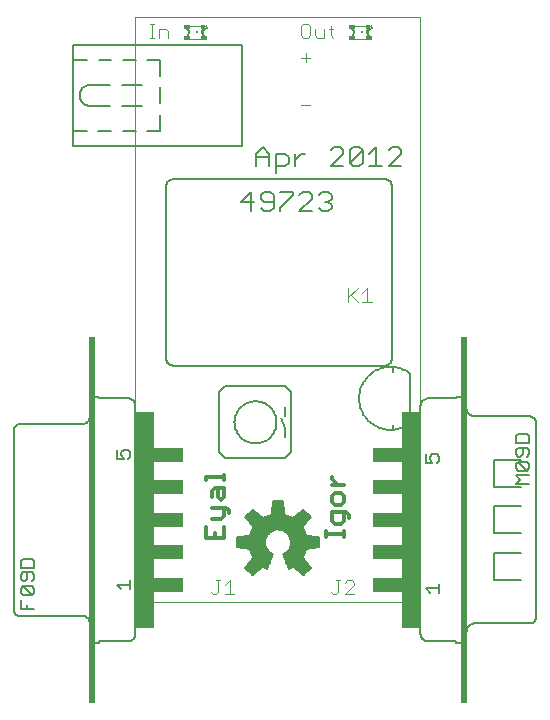
<source format=gto>
G75*
G70*
%OFA0B0*%
%FSLAX24Y24*%
%IPPOS*%
%LPD*%
%AMOC8*
5,1,8,0,0,1.08239X$1,22.5*
%
%ADD10C,0.0060*%
%ADD11C,0.0130*%
%ADD12C,0.0000*%
%ADD13C,0.0050*%
%ADD14R,0.0200X1.2200*%
%ADD15R,0.0984X0.0472*%
%ADD16R,0.0630X0.7244*%
%ADD17C,0.0040*%
%ADD18C,0.0080*%
%ADD19R,0.0197X0.0128*%
%ADD20R,0.0098X0.0059*%
%ADD21R,0.0069X0.0157*%
%ADD22R,0.0079X0.0079*%
%ADD23R,0.0118X0.0118*%
%ADD24R,0.0030X0.0128*%
%ADD25C,0.0059*%
D10*
X002659Y003350D02*
X002657Y003380D01*
X002652Y003410D01*
X002643Y003439D01*
X002630Y003466D01*
X002615Y003492D01*
X002596Y003516D01*
X002575Y003537D01*
X002551Y003556D01*
X002525Y003571D01*
X002498Y003584D01*
X002469Y003593D01*
X002439Y003598D01*
X002409Y003600D01*
X000330Y003600D01*
X000304Y003602D01*
X000278Y003607D01*
X000253Y003615D01*
X000230Y003627D01*
X000208Y003641D01*
X000189Y003659D01*
X000171Y003678D01*
X000157Y003700D01*
X000145Y003723D01*
X000137Y003748D01*
X000132Y003774D01*
X000130Y003800D01*
X000130Y009800D01*
X000132Y009826D01*
X000137Y009852D01*
X000145Y009877D01*
X000157Y009900D01*
X000171Y009922D01*
X000189Y009941D01*
X000208Y009959D01*
X000230Y009973D01*
X000253Y009985D01*
X000278Y009993D01*
X000304Y009998D01*
X000330Y010000D01*
X002409Y010000D01*
X002439Y010002D01*
X002469Y010007D01*
X002498Y010016D01*
X002525Y010029D01*
X002551Y010044D01*
X002575Y010063D01*
X002596Y010084D01*
X002615Y010108D01*
X002630Y010134D01*
X002643Y010161D01*
X002652Y010190D01*
X002657Y010220D01*
X002659Y010250D01*
X002980Y010850D02*
X002980Y010900D01*
X002780Y010900D01*
X002980Y010850D02*
X003930Y010850D01*
X003960Y010848D01*
X003990Y010843D01*
X004019Y010834D01*
X004046Y010821D01*
X004072Y010806D01*
X004096Y010787D01*
X004117Y010766D01*
X004136Y010742D01*
X004151Y010716D01*
X004164Y010689D01*
X004173Y010660D01*
X004178Y010630D01*
X004180Y010600D01*
X004180Y010607D02*
X004180Y002993D01*
X004180Y003000D02*
X004178Y002970D01*
X004173Y002940D01*
X004164Y002911D01*
X004151Y002884D01*
X004136Y002858D01*
X004117Y002834D01*
X004096Y002813D01*
X004072Y002794D01*
X004046Y002779D01*
X004019Y002766D01*
X003990Y002757D01*
X003960Y002752D01*
X003930Y002750D01*
X002980Y002750D01*
X002980Y002700D01*
X002780Y002700D01*
X011677Y010540D02*
X011660Y010601D01*
X011647Y010662D01*
X011638Y010725D01*
X011632Y010787D01*
X011630Y010850D01*
X011632Y010913D01*
X011638Y010975D01*
X011647Y011038D01*
X011660Y011099D01*
X011677Y011160D01*
X011697Y011220D01*
X011721Y011279D01*
X011749Y011336D01*
X011780Y011391D01*
X011815Y011445D01*
X011852Y011496D01*
X011893Y011545D01*
X011937Y011591D01*
X011983Y011635D01*
X012032Y011676D01*
X012083Y011714D01*
X012136Y011748D01*
X012192Y011780D01*
X012249Y011807D01*
X012308Y011832D01*
X012368Y011852D01*
X012429Y011870D01*
X012491Y011883D01*
X012554Y011892D01*
X012617Y011898D01*
X012681Y011900D01*
X012745Y011898D01*
X012808Y011892D01*
X012871Y011883D01*
X012933Y011869D01*
X012994Y011852D01*
X013054Y011831D01*
X013113Y011807D01*
X013170Y011779D01*
X013226Y011747D01*
X013279Y011712D01*
X013330Y011675D01*
X013330Y010025D01*
X013680Y010607D02*
X013680Y002993D01*
X013680Y003000D02*
X013682Y002970D01*
X013687Y002940D01*
X013696Y002911D01*
X013709Y002884D01*
X013724Y002858D01*
X013743Y002834D01*
X013764Y002813D01*
X013788Y002794D01*
X013814Y002779D01*
X013841Y002766D01*
X013870Y002757D01*
X013900Y002752D01*
X013930Y002750D01*
X014880Y002750D01*
X014880Y002700D01*
X015080Y002700D01*
X015224Y003100D02*
X015226Y003130D01*
X015231Y003160D01*
X015240Y003189D01*
X015253Y003216D01*
X015268Y003242D01*
X015287Y003266D01*
X015308Y003287D01*
X015332Y003306D01*
X015358Y003321D01*
X015385Y003334D01*
X015414Y003343D01*
X015444Y003348D01*
X015474Y003350D01*
X017324Y003350D01*
X017350Y003352D01*
X017376Y003357D01*
X017401Y003365D01*
X017424Y003377D01*
X017446Y003391D01*
X017465Y003409D01*
X017483Y003428D01*
X017497Y003450D01*
X017509Y003473D01*
X017517Y003498D01*
X017522Y003524D01*
X017524Y003550D01*
X017524Y010050D01*
X017522Y010076D01*
X017517Y010102D01*
X017509Y010127D01*
X017497Y010150D01*
X017483Y010172D01*
X017465Y010191D01*
X017446Y010209D01*
X017424Y010223D01*
X017401Y010235D01*
X017376Y010243D01*
X017350Y010248D01*
X017324Y010250D01*
X015474Y010250D01*
X015444Y010252D01*
X015414Y010257D01*
X015385Y010266D01*
X015358Y010279D01*
X015332Y010294D01*
X015308Y010313D01*
X015287Y010334D01*
X015268Y010358D01*
X015253Y010384D01*
X015240Y010411D01*
X015231Y010440D01*
X015226Y010470D01*
X015224Y010500D01*
X015080Y010900D02*
X014880Y010900D01*
X014880Y010850D01*
X013930Y010850D01*
X013900Y010848D01*
X013870Y010843D01*
X013841Y010834D01*
X013814Y010821D01*
X013788Y010806D01*
X013764Y010787D01*
X013743Y010766D01*
X013724Y010742D01*
X013709Y010716D01*
X013696Y010689D01*
X013687Y010660D01*
X013682Y010630D01*
X013680Y010600D01*
X012780Y009963D02*
X012780Y009805D01*
X013330Y010025D02*
X013279Y009988D01*
X013226Y009953D01*
X013170Y009921D01*
X013113Y009893D01*
X013054Y009869D01*
X012994Y009848D01*
X012933Y009831D01*
X012871Y009817D01*
X012808Y009808D01*
X012745Y009802D01*
X012681Y009800D01*
X012617Y009802D01*
X012554Y009808D01*
X012491Y009817D01*
X012429Y009830D01*
X012368Y009848D01*
X012308Y009868D01*
X012249Y009893D01*
X012192Y009921D01*
X012136Y009952D01*
X012083Y009986D01*
X012032Y010024D01*
X011983Y010065D01*
X011937Y010109D01*
X011893Y010155D01*
X011852Y010204D01*
X011815Y010255D01*
X011780Y010309D01*
X011749Y010364D01*
X011721Y010421D01*
X011697Y010480D01*
X011677Y010540D01*
X012780Y011737D02*
X012780Y011895D01*
X016124Y008800D02*
X016124Y007900D01*
X017024Y007900D01*
X017024Y007250D02*
X016124Y007250D01*
X016124Y006350D01*
X017024Y006350D01*
X017024Y005700D02*
X016124Y005700D01*
X016124Y004800D01*
X017024Y004800D01*
X017024Y008800D02*
X016124Y008800D01*
X010608Y017080D02*
X010395Y017080D01*
X010288Y017187D01*
X010071Y017080D02*
X009644Y017080D01*
X010071Y017507D01*
X010071Y017614D01*
X009964Y017721D01*
X009750Y017721D01*
X009644Y017614D01*
X009426Y017614D02*
X008999Y017187D01*
X008999Y017080D01*
X008782Y017187D02*
X008782Y017614D01*
X008675Y017721D01*
X008461Y017721D01*
X008355Y017614D01*
X008355Y017507D01*
X008461Y017400D01*
X008782Y017400D01*
X008782Y017187D02*
X008675Y017080D01*
X008461Y017080D01*
X008355Y017187D01*
X008137Y017400D02*
X007710Y017400D01*
X008030Y017721D01*
X008030Y017080D01*
X008999Y017721D02*
X009426Y017721D01*
X009426Y017614D01*
X008855Y018366D02*
X008855Y019007D01*
X009175Y019007D01*
X009282Y018900D01*
X009282Y018687D01*
X009175Y018580D01*
X008855Y018580D01*
X008637Y018580D02*
X008637Y019007D01*
X008424Y019221D01*
X008210Y019007D01*
X008210Y018580D01*
X008210Y018900D02*
X008637Y018900D01*
X009499Y018794D02*
X009713Y019007D01*
X009819Y019007D01*
X009499Y019007D02*
X009499Y018580D01*
X010395Y017721D02*
X010608Y017721D01*
X010715Y017614D01*
X010715Y017507D01*
X010608Y017400D01*
X010715Y017294D01*
X010715Y017187D01*
X010608Y017080D01*
X010608Y017400D02*
X010502Y017400D01*
X010288Y017614D02*
X010395Y017721D01*
X010681Y018580D02*
X011108Y019007D01*
X011108Y019114D01*
X011001Y019221D01*
X010788Y019221D01*
X010681Y019114D01*
X010681Y018580D02*
X011108Y018580D01*
X011325Y018687D02*
X011325Y019114D01*
X011432Y019221D01*
X011646Y019221D01*
X011752Y019114D01*
X011325Y018687D01*
X011432Y018580D01*
X011646Y018580D01*
X011752Y018687D01*
X011752Y019114D01*
X011970Y019007D02*
X012183Y019221D01*
X012183Y018580D01*
X011970Y018580D02*
X012397Y018580D01*
X012614Y018580D02*
X013041Y019007D01*
X013041Y019114D01*
X012935Y019221D01*
X012721Y019221D01*
X012614Y019114D01*
X012614Y018580D02*
X013041Y018580D01*
D11*
X007115Y008307D02*
X007115Y008117D01*
X007115Y008212D02*
X006545Y008212D01*
X006545Y008117D01*
X006830Y007853D02*
X007115Y007853D01*
X007115Y007568D01*
X007020Y007472D01*
X006925Y007568D01*
X006925Y007853D01*
X006830Y007853D02*
X006735Y007758D01*
X006735Y007568D01*
X006735Y007208D02*
X007210Y007208D01*
X007305Y007113D01*
X007305Y007018D01*
X007115Y006923D02*
X007115Y007208D01*
X007115Y006923D02*
X007020Y006828D01*
X006735Y006828D01*
X006545Y006564D02*
X006545Y006183D01*
X007115Y006183D01*
X007115Y006564D01*
X006830Y006373D02*
X006830Y006183D01*
X010545Y006237D02*
X010545Y006427D01*
X010545Y006332D02*
X011115Y006332D01*
X011115Y006237D02*
X011115Y006427D01*
X011020Y006667D02*
X010830Y006667D01*
X010735Y006762D01*
X010735Y007047D01*
X011210Y007047D01*
X011305Y006952D01*
X011305Y006857D01*
X011115Y006762D02*
X011115Y007047D01*
X011020Y007311D02*
X010830Y007311D01*
X010735Y007406D01*
X010735Y007597D01*
X010830Y007692D01*
X011020Y007692D01*
X011115Y007597D01*
X011115Y007406D01*
X011020Y007311D01*
X011115Y006762D02*
X011020Y006667D01*
X011115Y007956D02*
X010735Y007956D01*
X010925Y007956D02*
X010735Y008146D01*
X010735Y008241D01*
D12*
X013680Y004050D02*
X004180Y004050D01*
X004180Y023550D01*
X013680Y023550D01*
X013680Y004050D01*
D13*
X013997Y004375D02*
X013847Y004525D01*
X014297Y004525D01*
X014297Y004375D02*
X014297Y004676D01*
X016858Y007983D02*
X017008Y008134D01*
X016858Y008284D01*
X017308Y008284D01*
X017233Y008444D02*
X017308Y008519D01*
X017308Y008669D01*
X017233Y008744D01*
X016933Y008744D01*
X017233Y008444D01*
X016933Y008444D01*
X016858Y008519D01*
X016858Y008669D01*
X016933Y008744D01*
X016933Y008904D02*
X017008Y008904D01*
X017083Y008979D01*
X017083Y009204D01*
X017233Y009204D02*
X016933Y009204D01*
X016858Y009129D01*
X016858Y008979D01*
X016933Y008904D01*
X017233Y008904D02*
X017308Y008979D01*
X017308Y009129D01*
X017233Y009204D01*
X017308Y009365D02*
X017308Y009590D01*
X017233Y009665D01*
X016933Y009665D01*
X016858Y009590D01*
X016858Y009365D01*
X017308Y009365D01*
X017308Y007983D02*
X016858Y007983D01*
X014297Y008758D02*
X014222Y008683D01*
X014297Y008758D02*
X014297Y008908D01*
X014222Y008983D01*
X014072Y008983D01*
X013997Y008908D01*
X013997Y008833D01*
X014072Y008683D01*
X013847Y008683D01*
X013847Y008983D01*
X004013Y009052D02*
X004013Y008902D01*
X003938Y008827D01*
X003788Y008827D02*
X003712Y008977D01*
X003712Y009052D01*
X003788Y009127D01*
X003938Y009127D01*
X004013Y009052D01*
X003788Y008827D02*
X003562Y008827D01*
X003562Y009127D01*
X000730Y005506D02*
X000805Y005431D01*
X000805Y005206D01*
X000355Y005206D01*
X000355Y005431D01*
X000430Y005506D01*
X000730Y005506D01*
X000730Y005046D02*
X000430Y005046D01*
X000355Y004971D01*
X000355Y004821D01*
X000430Y004746D01*
X000505Y004746D01*
X000580Y004821D01*
X000580Y005046D01*
X000730Y005046D02*
X000805Y004971D01*
X000805Y004821D01*
X000730Y004746D01*
X000730Y004586D02*
X000805Y004511D01*
X000805Y004360D01*
X000730Y004285D01*
X000430Y004586D01*
X000730Y004586D01*
X000730Y004285D02*
X000430Y004285D01*
X000355Y004360D01*
X000355Y004511D01*
X000430Y004586D01*
X000355Y004125D02*
X000355Y003825D01*
X000805Y003825D01*
X000580Y003825D02*
X000580Y003975D01*
X003562Y004644D02*
X004013Y004644D01*
X004013Y004494D02*
X004013Y004795D01*
X003712Y004494D02*
X003562Y004644D01*
D14*
X002719Y006800D03*
X015141Y006800D03*
D15*
X012589Y006800D03*
X012589Y005720D03*
X012589Y004640D03*
X012589Y007880D03*
X012589Y008960D03*
X005271Y008960D03*
X005271Y007880D03*
X005271Y006800D03*
X005271Y005720D03*
X005271Y004640D03*
D16*
X004503Y006800D03*
X013357Y006800D03*
D17*
X011391Y004780D02*
X011467Y004704D01*
X011467Y004627D01*
X011160Y004320D01*
X011467Y004320D01*
X011160Y004704D02*
X011237Y004780D01*
X011391Y004780D01*
X011007Y004780D02*
X010853Y004780D01*
X010930Y004780D02*
X010930Y004397D01*
X010853Y004320D01*
X010777Y004320D01*
X010700Y004397D01*
X007467Y004320D02*
X007160Y004320D01*
X007314Y004320D02*
X007314Y004780D01*
X007160Y004627D01*
X007007Y004780D02*
X006853Y004780D01*
X006930Y004780D02*
X006930Y004397D01*
X006853Y004320D01*
X006777Y004320D01*
X006700Y004397D01*
X011279Y014070D02*
X011279Y014530D01*
X011356Y014300D02*
X011586Y014070D01*
X011740Y014070D02*
X012047Y014070D01*
X011893Y014070D02*
X011893Y014530D01*
X011740Y014377D01*
X011586Y014530D02*
X011279Y014223D01*
X010007Y020643D02*
X009700Y020643D01*
X009853Y022047D02*
X009853Y022354D01*
X009700Y022200D02*
X010007Y022200D01*
X009930Y022870D02*
X009777Y022870D01*
X009700Y022947D01*
X009700Y023254D01*
X009777Y023330D01*
X009930Y023330D01*
X010007Y023254D01*
X010007Y022947D01*
X009930Y022870D01*
X010160Y022947D02*
X010237Y022870D01*
X010467Y022870D01*
X010467Y023177D01*
X010621Y023177D02*
X010774Y023177D01*
X010698Y023254D02*
X010698Y022947D01*
X010774Y022870D01*
X011315Y022913D02*
X011337Y022918D01*
X011357Y022926D01*
X011375Y022937D01*
X011392Y022952D01*
X011406Y022968D01*
X011418Y022987D01*
X011426Y023007D01*
X011431Y023028D01*
X011433Y023050D01*
X011431Y023072D01*
X011426Y023093D01*
X011418Y023113D01*
X011406Y023132D01*
X011392Y023148D01*
X011375Y023163D01*
X011357Y023174D01*
X011337Y023182D01*
X011315Y023187D01*
X011483Y023276D02*
X012044Y023276D01*
X011974Y023227D02*
X011976Y023239D01*
X011981Y023250D01*
X011989Y023259D01*
X012000Y023265D01*
X012012Y023268D01*
X012024Y023267D01*
X012036Y023263D01*
X012045Y023255D01*
X012052Y023245D01*
X012056Y023233D01*
X012056Y023221D01*
X012052Y023209D01*
X012045Y023199D01*
X012035Y023191D01*
X012024Y023187D01*
X012012Y023186D01*
X012000Y023189D01*
X011989Y023195D01*
X011981Y023204D01*
X011976Y023215D01*
X011974Y023227D01*
X012045Y023187D02*
X012023Y023182D01*
X012003Y023174D01*
X011985Y023163D01*
X011968Y023148D01*
X011954Y023132D01*
X011942Y023113D01*
X011934Y023093D01*
X011929Y023072D01*
X011927Y023050D01*
X011929Y023028D01*
X011934Y023007D01*
X011942Y022987D01*
X011954Y022968D01*
X011968Y022952D01*
X011985Y022937D01*
X012003Y022926D01*
X012023Y022918D01*
X012045Y022913D01*
X011887Y022824D02*
X011473Y022824D01*
X010160Y022947D02*
X010160Y023177D01*
X006545Y023187D02*
X006523Y023182D01*
X006503Y023174D01*
X006485Y023163D01*
X006468Y023148D01*
X006454Y023132D01*
X006442Y023113D01*
X006434Y023093D01*
X006429Y023072D01*
X006427Y023050D01*
X006429Y023028D01*
X006434Y023007D01*
X006442Y022987D01*
X006454Y022968D01*
X006468Y022952D01*
X006485Y022937D01*
X006503Y022926D01*
X006523Y022918D01*
X006545Y022913D01*
X006387Y022824D02*
X005973Y022824D01*
X005815Y022913D02*
X005837Y022918D01*
X005857Y022926D01*
X005875Y022937D01*
X005892Y022952D01*
X005906Y022968D01*
X005918Y022987D01*
X005926Y023007D01*
X005931Y023028D01*
X005933Y023050D01*
X005931Y023072D01*
X005926Y023093D01*
X005918Y023113D01*
X005906Y023132D01*
X005892Y023148D01*
X005875Y023163D01*
X005857Y023174D01*
X005837Y023182D01*
X005815Y023187D01*
X005983Y023276D02*
X006544Y023276D01*
X006474Y023227D02*
X006476Y023239D01*
X006481Y023250D01*
X006489Y023259D01*
X006500Y023265D01*
X006512Y023268D01*
X006524Y023267D01*
X006536Y023263D01*
X006545Y023255D01*
X006552Y023245D01*
X006556Y023233D01*
X006556Y023221D01*
X006552Y023209D01*
X006545Y023199D01*
X006535Y023191D01*
X006524Y023187D01*
X006512Y023186D01*
X006500Y023189D01*
X006489Y023195D01*
X006481Y023204D01*
X006476Y023215D01*
X006474Y023227D01*
X005264Y023100D02*
X005264Y022870D01*
X005264Y023100D02*
X005187Y023177D01*
X004957Y023177D01*
X004957Y022870D01*
X004803Y022870D02*
X004650Y022870D01*
X004727Y022870D02*
X004727Y023330D01*
X004803Y023330D02*
X004650Y023330D01*
D18*
X004578Y022131D02*
X004999Y022131D01*
X004999Y021606D01*
X004999Y021212D02*
X004999Y020688D01*
X004999Y020294D02*
X004999Y019769D01*
X004576Y019769D01*
X004182Y019769D02*
X003759Y019769D01*
X003365Y019769D02*
X002942Y019769D01*
X002548Y019769D02*
X002125Y019769D01*
X002086Y019257D02*
X005215Y019257D01*
X005444Y018160D02*
X012483Y018160D01*
X012512Y018158D01*
X012540Y018153D01*
X012568Y018144D01*
X012595Y018133D01*
X012619Y018118D01*
X012642Y018100D01*
X012663Y018079D01*
X012681Y018056D01*
X012696Y018032D01*
X012707Y018005D01*
X012716Y017977D01*
X012721Y017949D01*
X012723Y017920D01*
X012723Y012180D01*
X012721Y012151D01*
X012716Y012123D01*
X012707Y012095D01*
X012696Y012068D01*
X012681Y012044D01*
X012663Y012021D01*
X012642Y012000D01*
X012619Y011982D01*
X012595Y011967D01*
X012568Y011956D01*
X012540Y011947D01*
X012512Y011942D01*
X012483Y011940D01*
X005444Y011940D01*
X005415Y011942D01*
X005387Y011947D01*
X005359Y011956D01*
X005332Y011967D01*
X005308Y011982D01*
X005285Y012000D01*
X005264Y012021D01*
X005246Y012044D01*
X005231Y012068D01*
X005220Y012095D01*
X005211Y012123D01*
X005206Y012151D01*
X005204Y012180D01*
X005204Y017920D01*
X005206Y017949D01*
X005211Y017977D01*
X005220Y018005D01*
X005231Y018032D01*
X005246Y018056D01*
X005264Y018079D01*
X005285Y018100D01*
X005308Y018118D01*
X005332Y018133D01*
X005359Y018144D01*
X005387Y018153D01*
X005415Y018158D01*
X005444Y018160D01*
X007086Y019257D02*
X007715Y019257D01*
X007715Y019887D01*
X007715Y019257D02*
X007715Y022643D01*
X007715Y022013D01*
X007715Y022643D02*
X002086Y022643D01*
X002086Y019257D01*
X007715Y019257D01*
X004408Y020596D02*
X003719Y020596D01*
X003326Y020596D02*
X002637Y020596D01*
X002636Y020595D02*
X002600Y020602D01*
X002564Y020612D01*
X002530Y020625D01*
X002497Y020642D01*
X002466Y020663D01*
X002437Y020686D01*
X002411Y020713D01*
X002388Y020742D01*
X002368Y020773D01*
X002351Y020806D01*
X002338Y020841D01*
X002329Y020876D01*
X002323Y020913D01*
X002321Y020950D01*
X002323Y020987D01*
X002329Y021024D01*
X002338Y021059D01*
X002351Y021094D01*
X002368Y021127D01*
X002388Y021158D01*
X002411Y021187D01*
X002437Y021214D01*
X002466Y021237D01*
X002497Y021258D01*
X002530Y021275D01*
X002564Y021288D01*
X002600Y021298D01*
X002636Y021305D01*
X002637Y021304D02*
X003326Y021304D01*
X003719Y021304D02*
X004408Y021304D01*
X004184Y022131D02*
X003764Y022131D01*
X003370Y022131D02*
X002949Y022131D01*
X002555Y022131D02*
X002135Y022131D01*
X007180Y011250D02*
X007330Y011250D01*
X009030Y011250D01*
X009180Y011250D01*
X009380Y011050D01*
X009380Y010450D01*
X009380Y009645D01*
X009380Y009650D02*
X009380Y009050D01*
X009180Y008850D01*
X009030Y008850D01*
X007330Y008850D01*
X007180Y008850D01*
X006980Y009050D01*
X006980Y009650D01*
X006980Y009657D02*
X006980Y010450D01*
X006980Y011050D01*
X007180Y011250D01*
X007480Y010050D02*
X007482Y010102D01*
X007488Y010154D01*
X007498Y010206D01*
X007511Y010256D01*
X007528Y010306D01*
X007549Y010354D01*
X007574Y010400D01*
X007602Y010444D01*
X007633Y010486D01*
X007667Y010526D01*
X007704Y010563D01*
X007744Y010597D01*
X007786Y010628D01*
X007830Y010656D01*
X007876Y010681D01*
X007924Y010702D01*
X007974Y010719D01*
X008024Y010732D01*
X008076Y010742D01*
X008128Y010748D01*
X008180Y010750D01*
X008232Y010748D01*
X008284Y010742D01*
X008336Y010732D01*
X008386Y010719D01*
X008436Y010702D01*
X008484Y010681D01*
X008530Y010656D01*
X008574Y010628D01*
X008616Y010597D01*
X008656Y010563D01*
X008693Y010526D01*
X008727Y010486D01*
X008758Y010444D01*
X008786Y010400D01*
X008811Y010354D01*
X008832Y010306D01*
X008849Y010256D01*
X008862Y010206D01*
X008872Y010154D01*
X008878Y010102D01*
X008880Y010050D01*
X008878Y009998D01*
X008872Y009946D01*
X008862Y009894D01*
X008849Y009844D01*
X008832Y009794D01*
X008811Y009746D01*
X008786Y009700D01*
X008758Y009656D01*
X008727Y009614D01*
X008693Y009574D01*
X008656Y009537D01*
X008616Y009503D01*
X008574Y009472D01*
X008530Y009444D01*
X008484Y009419D01*
X008436Y009398D01*
X008386Y009381D01*
X008336Y009368D01*
X008284Y009358D01*
X008232Y009352D01*
X008180Y009350D01*
X008128Y009352D01*
X008076Y009358D01*
X008024Y009368D01*
X007974Y009381D01*
X007924Y009398D01*
X007876Y009419D01*
X007830Y009444D01*
X007786Y009472D01*
X007744Y009503D01*
X007704Y009537D01*
X007667Y009574D01*
X007633Y009614D01*
X007602Y009656D01*
X007574Y009700D01*
X007549Y009746D01*
X007528Y009794D01*
X007511Y009844D01*
X007498Y009894D01*
X007488Y009946D01*
X007482Y009998D01*
X007480Y010050D01*
X009030Y010200D02*
X009180Y009850D01*
X009180Y009550D01*
X009180Y010250D02*
X009180Y010550D01*
D19*
X011385Y022868D03*
X011385Y023232D03*
X011975Y022868D03*
X006475Y022868D03*
X005885Y022868D03*
X005885Y023232D03*
D20*
X005934Y023148D03*
X005934Y022952D03*
X006426Y022952D03*
X006426Y023148D03*
X011434Y023148D03*
X011434Y022952D03*
X011926Y022952D03*
X011926Y023148D03*
D21*
X011911Y023050D03*
X011449Y023050D03*
X006411Y023050D03*
X005949Y023050D03*
D22*
X006219Y023050D03*
X011719Y023050D03*
D23*
X011936Y023227D03*
X006436Y023227D03*
D24*
X006559Y023232D03*
X012059Y023232D03*
D25*
X009098Y007418D02*
X008762Y007418D01*
X008717Y006973D01*
X008616Y006944D01*
X008520Y006904D01*
X008428Y006853D01*
X008082Y007136D01*
X007844Y006898D01*
X008127Y006552D01*
X008076Y006460D01*
X008036Y006364D01*
X008007Y006263D01*
X007562Y006218D01*
X007562Y005882D01*
X008007Y005837D01*
X008036Y005736D01*
X008076Y005640D01*
X008127Y005548D01*
X007844Y005202D01*
X008082Y004964D01*
X008428Y005247D01*
X008496Y005208D01*
X008567Y005175D01*
X008765Y005652D01*
X008701Y005685D01*
X008643Y005729D01*
X008593Y005782D01*
X008553Y005842D01*
X008524Y005908D01*
X008505Y005978D01*
X008499Y006050D01*
X008507Y006130D01*
X008529Y006208D01*
X008566Y006280D01*
X008615Y006344D01*
X008676Y006398D01*
X008745Y006439D01*
X008821Y006467D01*
X008901Y006480D01*
X008981Y006478D01*
X009060Y006460D01*
X009135Y006429D01*
X009202Y006384D01*
X009259Y006327D01*
X009305Y006261D01*
X009338Y006187D01*
X009357Y006109D01*
X009360Y006028D01*
X009348Y005948D01*
X009322Y005872D01*
X009282Y005802D01*
X009229Y005740D01*
X009166Y005690D01*
X009095Y005652D01*
X009293Y005175D01*
X009364Y005208D01*
X009432Y005247D01*
X009778Y004964D01*
X010016Y005202D01*
X009733Y005548D01*
X009784Y005640D01*
X009824Y005736D01*
X009853Y005837D01*
X010298Y005882D01*
X010298Y006218D01*
X009853Y006263D01*
X009824Y006364D01*
X009784Y006460D01*
X009733Y006552D01*
X010016Y006898D01*
X009778Y007136D01*
X009432Y006853D01*
X009340Y006904D01*
X009244Y006944D01*
X009143Y006973D01*
X009098Y007418D01*
X009101Y007388D02*
X008759Y007388D01*
X008753Y007331D02*
X009107Y007331D01*
X009113Y007273D02*
X008747Y007273D01*
X008742Y007216D02*
X009118Y007216D01*
X009124Y007158D02*
X008736Y007158D01*
X008730Y007100D02*
X009130Y007100D01*
X009136Y007043D02*
X008724Y007043D01*
X008718Y006985D02*
X009142Y006985D01*
X009283Y006928D02*
X008577Y006928D01*
X008458Y006870D02*
X009402Y006870D01*
X009453Y006870D02*
X009993Y006870D01*
X009986Y006928D02*
X009523Y006928D01*
X009594Y006985D02*
X009929Y006985D01*
X009871Y007043D02*
X009664Y007043D01*
X009735Y007100D02*
X009814Y007100D01*
X009946Y006813D02*
X007914Y006813D01*
X007867Y006870D02*
X008407Y006870D01*
X008337Y006928D02*
X007874Y006928D01*
X007931Y006985D02*
X008266Y006985D01*
X008196Y007043D02*
X007989Y007043D01*
X008046Y007100D02*
X008125Y007100D01*
X007961Y006755D02*
X009899Y006755D01*
X009852Y006698D02*
X008008Y006698D01*
X008055Y006640D02*
X009805Y006640D01*
X009758Y006582D02*
X008102Y006582D01*
X008112Y006525D02*
X009748Y006525D01*
X009780Y006467D02*
X009029Y006467D01*
X009163Y006410D02*
X009805Y006410D01*
X009827Y006352D02*
X009234Y006352D01*
X009282Y006295D02*
X009844Y006295D01*
X010109Y006237D02*
X009316Y006237D01*
X009340Y006180D02*
X010298Y006180D01*
X010298Y006122D02*
X009353Y006122D01*
X009358Y006064D02*
X010298Y006064D01*
X010298Y006007D02*
X009357Y006007D01*
X009349Y005949D02*
X010298Y005949D01*
X010298Y005892D02*
X009329Y005892D01*
X009300Y005834D02*
X009852Y005834D01*
X009836Y005777D02*
X009260Y005777D01*
X009203Y005719D02*
X009817Y005719D01*
X009793Y005662D02*
X009113Y005662D01*
X009115Y005604D02*
X009764Y005604D01*
X009735Y005546D02*
X009139Y005546D01*
X009162Y005489D02*
X009782Y005489D01*
X009829Y005431D02*
X009186Y005431D01*
X009210Y005374D02*
X009875Y005374D01*
X009922Y005316D02*
X009234Y005316D01*
X009258Y005259D02*
X009969Y005259D01*
X010015Y005201D02*
X009488Y005201D01*
X009558Y005144D02*
X009958Y005144D01*
X009900Y005086D02*
X009629Y005086D01*
X009700Y005028D02*
X009843Y005028D01*
X009785Y004971D02*
X009770Y004971D01*
X009349Y005201D02*
X009282Y005201D01*
X008674Y005431D02*
X008031Y005431D01*
X007985Y005374D02*
X008650Y005374D01*
X008626Y005316D02*
X007938Y005316D01*
X007891Y005259D02*
X008602Y005259D01*
X008578Y005201D02*
X008511Y005201D01*
X008372Y005201D02*
X007845Y005201D01*
X007902Y005144D02*
X008302Y005144D01*
X008231Y005086D02*
X007960Y005086D01*
X008017Y005028D02*
X008160Y005028D01*
X008090Y004971D02*
X008075Y004971D01*
X008078Y005489D02*
X008698Y005489D01*
X008721Y005546D02*
X008125Y005546D01*
X008096Y005604D02*
X008745Y005604D01*
X008747Y005662D02*
X008067Y005662D01*
X008043Y005719D02*
X008656Y005719D01*
X008598Y005777D02*
X008024Y005777D01*
X008008Y005834D02*
X008558Y005834D01*
X008531Y005892D02*
X007562Y005892D01*
X007562Y005949D02*
X008513Y005949D01*
X008503Y006007D02*
X007562Y006007D01*
X007562Y006064D02*
X008501Y006064D01*
X008506Y006122D02*
X007562Y006122D01*
X007562Y006180D02*
X008521Y006180D01*
X008544Y006237D02*
X007751Y006237D01*
X008016Y006295D02*
X008577Y006295D01*
X008625Y006352D02*
X008033Y006352D01*
X008055Y006410D02*
X008696Y006410D01*
X008825Y006467D02*
X008080Y006467D01*
M02*

</source>
